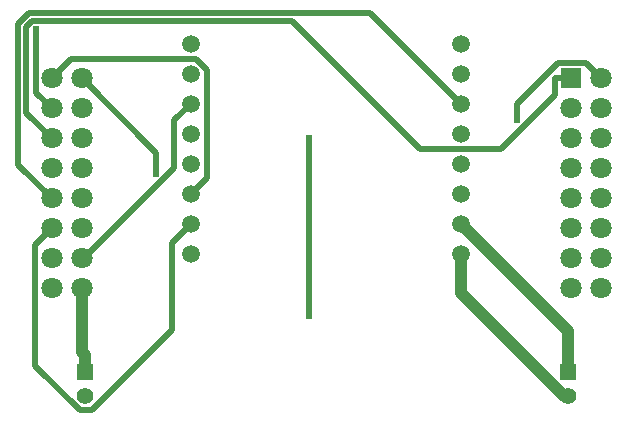
<source format=gbl>
G04 Layer: BottomLayer*
G04 EasyEDA v6.5.22, 2023-02-12 11:26:09*
G04 89482fe2ee7e448c8a158914ca70a71c,57889503967a4714bf52c07adae62c9a,10*
G04 Gerber Generator version 0.2*
G04 Scale: 100 percent, Rotated: No, Reflected: No *
G04 Dimensions in millimeters *
G04 leading zeros omitted , absolute positions ,4 integer and 5 decimal *
%FSLAX45Y45*%
%MOMM*%

%ADD10C,0.5000*%
%ADD11C,1.0000*%
%ADD12R,1.8000X1.8000*%
%ADD13C,1.8000*%
%ADD14R,1.4000X1.4000*%
%ADD15C,1.4000*%
%ADD16C,1.5080*%
%ADD17C,0.6100*%

%LPD*%
D10*
X1073000Y7034987D02*
G01*
X939243Y7168743D01*
X939243Y7704073D01*
X1327000Y7288987D02*
G01*
X1956183Y6659803D01*
X1956183Y6476314D01*
X5726991Y7289393D02*
G01*
X5595622Y7420762D01*
X5356786Y7420762D01*
X5009517Y7073493D01*
X5009517Y6935698D01*
X1073000Y7288987D02*
G01*
X1238684Y7454671D01*
X2292301Y7454671D01*
X2389101Y7357871D01*
X2389101Y6450101D01*
X2250899Y6311900D01*
X3248789Y6780631D02*
G01*
X3248789Y5274614D01*
D11*
X4536899Y5803900D02*
G01*
X4536899Y5470525D01*
X5407433Y4599990D01*
X5445991Y4599990D01*
X1327000Y5510987D02*
G01*
X1327000Y4969535D01*
X1351460Y4945075D01*
X1351460Y4799990D02*
G01*
X1351460Y4945075D01*
X4536899Y6057900D02*
G01*
X5445991Y5148808D01*
X5445991Y4799990D01*
D10*
X1073000Y6780987D02*
G01*
X856642Y6997344D01*
X856642Y7727365D01*
X906604Y7777327D01*
X3107692Y7777327D01*
X4192120Y6692900D01*
X4876497Y6692900D01*
X5332935Y7149337D01*
X5332935Y7289393D01*
X5472991Y7289393D02*
G01*
X5332935Y7289393D01*
X1073000Y6272987D02*
G01*
X786843Y6559143D01*
X786843Y7752410D01*
X881077Y7846644D01*
X3764155Y7846644D01*
X4536899Y7073900D01*
X2250899Y6057900D02*
G01*
X2092429Y5899429D01*
X2092429Y5161076D01*
X1413588Y4482236D01*
X1309245Y4482236D01*
X933223Y4858257D01*
X933223Y5879211D01*
X1073000Y6018987D01*
X1327000Y5764987D02*
G01*
X1345110Y5764987D01*
X2112698Y6532575D01*
X2112698Y6935698D01*
X2250899Y7073900D01*
D12*
G01*
X5472988Y7289383D03*
D13*
G01*
X5726988Y7289383D03*
G01*
X5472988Y7035383D03*
G01*
X5726988Y7035383D03*
G01*
X5472988Y6781383D03*
G01*
X5726988Y6781383D03*
G01*
X5472988Y6527383D03*
G01*
X5726988Y6527383D03*
G01*
X5472988Y6273383D03*
G01*
X5726988Y6273383D03*
G01*
X5472988Y6019383D03*
G01*
X5726988Y6019383D03*
G01*
X5472988Y5765383D03*
G01*
X5726988Y5765383D03*
G01*
X5472988Y5511383D03*
G01*
X5726988Y5511383D03*
D14*
G01*
X1351455Y4799990D03*
D15*
G01*
X1351455Y4599990D03*
D14*
G01*
X5445988Y4799990D03*
D15*
G01*
X5445988Y4599990D03*
D16*
G01*
X4536887Y5803900D03*
G01*
X2250887Y5803900D03*
G01*
X4536887Y7581900D03*
G01*
X4536887Y7327900D03*
G01*
X4536887Y7073900D03*
G01*
X4536887Y6819900D03*
G01*
X4536887Y6565900D03*
G01*
X4536887Y6311900D03*
G01*
X4536887Y6057900D03*
G01*
X2250887Y7581900D03*
G01*
X2250887Y7327900D03*
G01*
X2250887Y7073900D03*
G01*
X2250887Y6819900D03*
G01*
X2250887Y6565900D03*
G01*
X2250887Y6311900D03*
G01*
X2250887Y6057900D03*
D13*
G01*
X1326997Y5510987D03*
G01*
X1072997Y5510987D03*
G01*
X1326997Y5764987D03*
G01*
X1072997Y5764987D03*
G01*
X1326997Y6018987D03*
G01*
X1072997Y6018987D03*
G01*
X1326997Y6272987D03*
G01*
X1072997Y6272987D03*
G01*
X1326997Y6526987D03*
G01*
X1072997Y6526987D03*
G01*
X1326997Y6780987D03*
G01*
X1072997Y6780987D03*
G01*
X1326997Y7034987D03*
G01*
X1072997Y7034987D03*
G01*
X1326997Y7288987D03*
G01*
X1072997Y7288987D03*
D17*
G01*
X3248789Y6780631D03*
G01*
X3248789Y5274614D03*
G01*
X5009517Y6935698D03*
G01*
X1956183Y6476314D03*
G01*
X939243Y7704073D03*
M02*

</source>
